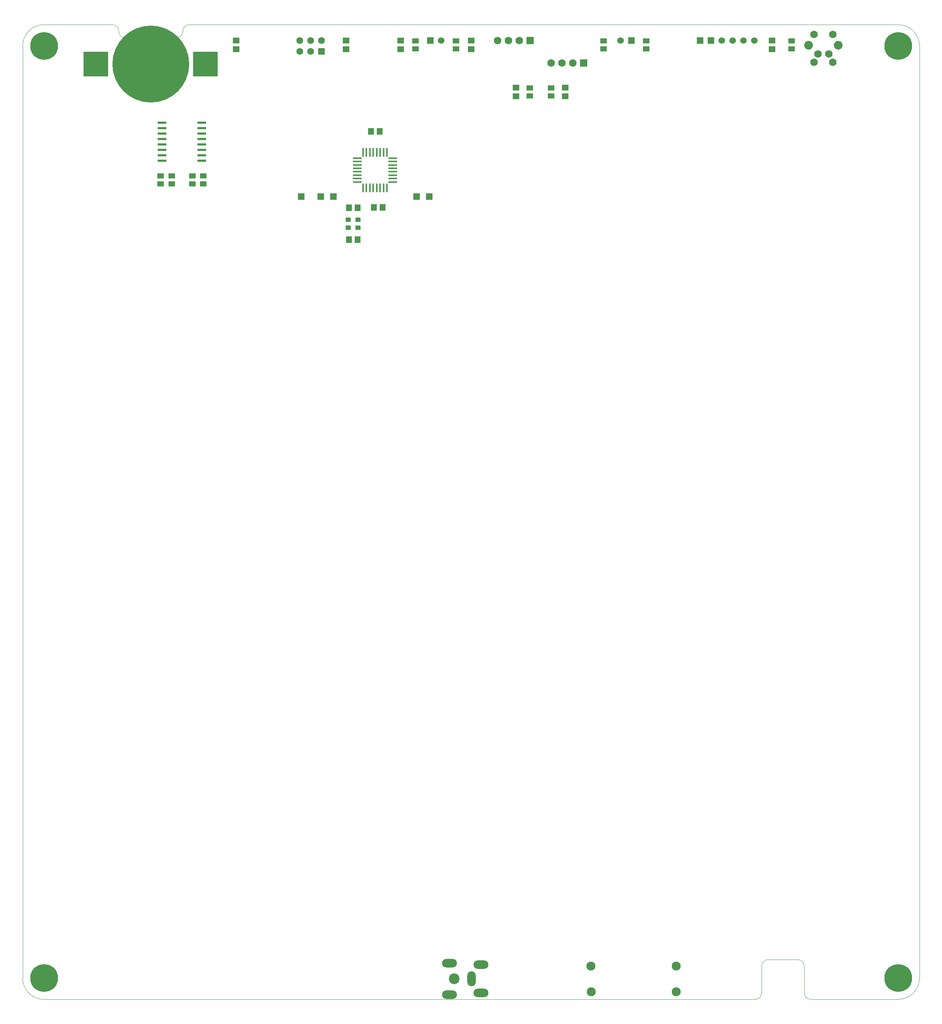
<source format=gbs>
%FSLAX46Y46*%
G04 Gerber Fmt 4.6, Leading zero omitted, Abs format (unit mm)*
G04 Created by KiCad (PCBNEW (2014-09-25 BZR 5147)-product) date Friday 10 October 2014 04:41:16 PM IST*
%MOMM*%
G01*
G04 APERTURE LIST*
%ADD10C,0.150000*%
%ADD11C,0.100000*%
%ADD12C,6.500000*%
%ADD13R,1.524000X1.524000*%
%ADD14O,2.000000X3.500000*%
%ADD15O,3.500000X2.000000*%
%ADD16C,2.500000*%
%ADD17C,2.100000*%
%ADD18R,5.715000X5.715000*%
%ADD19C,18.000000*%
%ADD20R,1.998980X0.599440*%
%ADD21R,1.498600X1.300480*%
%ADD22R,1.300480X1.049020*%
%ADD23R,0.449580X1.998980*%
%ADD24R,1.998980X0.449580*%
%ADD25R,1.600000X1.600000*%
%ADD26C,1.600000*%
%ADD27C,1.524000*%
%ADD28C,1.778000*%
%ADD29C,2.032000*%
%ADD30R,1.550000X1.350000*%
%ADD31R,1.350000X1.550000*%
%ADD32R,1.778000X1.778000*%
G04 APERTURE END LIST*
D10*
D11*
X264000000Y-46000000D02*
X264000000Y-264000000D01*
X93000000Y-41000000D02*
X259000000Y-41000000D01*
X75000000Y-41000000D02*
X59000000Y-41000000D01*
X76500000Y-42500000D02*
X76500000Y-42600000D01*
X76500000Y-42500000D02*
G75*
G03X75000000Y-41000000I-1500000J0D01*
G74*
G01*
X91500000Y-42500000D02*
X91500000Y-42600000D01*
X93000000Y-41000000D02*
G75*
G03X91500000Y-42500000I0J-1500000D01*
G74*
G01*
X90000000Y-44100000D02*
G75*
G03X91500000Y-42600000I0J1500000D01*
G74*
G01*
X76500000Y-42600000D02*
G75*
G03X78000000Y-44100000I1500000J0D01*
G74*
G01*
X84000000Y-44100000D02*
X90000000Y-44100000D01*
X84000000Y-44100000D02*
X78000000Y-44100000D01*
X54000000Y-264000000D02*
X54000000Y-46000000D01*
X225500000Y-269000000D02*
X59000000Y-269000000D01*
X259000000Y-269000000D02*
X238500000Y-269000000D01*
X259000000Y-269000000D02*
G75*
G03X264000000Y-264000000I0J5000000D01*
G74*
G01*
X264000000Y-46000000D02*
G75*
G03X259000000Y-41000000I-5000000J0D01*
G74*
G01*
X59000000Y-41000000D02*
G75*
G03X54000000Y-46000000I0J-5000000D01*
G74*
G01*
X54000000Y-264000000D02*
G75*
G03X59000000Y-269000000I5000000J0D01*
G74*
G01*
X237000000Y-267500000D02*
X237000000Y-261200000D01*
X227000000Y-261200000D02*
X227000000Y-267500000D01*
X225500000Y-269000000D02*
G75*
G03X227000000Y-267500000I0J1500000D01*
G74*
G01*
X237000000Y-267500000D02*
G75*
G03X238500000Y-269000000I1500000J0D01*
G74*
G01*
X237000000Y-261200000D02*
G75*
G03X235500000Y-259700000I-1500000J0D01*
G74*
G01*
X228500000Y-259700000D02*
G75*
G03X227000000Y-261200000I0J-1500000D01*
G74*
G01*
X235500000Y-259700000D02*
X228500000Y-259700000D01*
D12*
X259000000Y-264000000D03*
X59000000Y-264000000D03*
X259000000Y-46000000D03*
X59000000Y-46000000D03*
D13*
X119200000Y-81200000D03*
X123800000Y-81200000D03*
X126800000Y-81200000D03*
X146200000Y-81200000D03*
X149200000Y-81200000D03*
D14*
X159100000Y-264200000D03*
D15*
X161300000Y-260900000D03*
X161300000Y-267500000D03*
X153900000Y-260500000D03*
X153900000Y-267900000D03*
D16*
X155000000Y-264200000D03*
D17*
X207000000Y-261200000D03*
X207000000Y-267200000D03*
X187000000Y-261200000D03*
X187100000Y-267200000D03*
D18*
X96827000Y-50200000D03*
X71173000Y-50200000D03*
D19*
X84000000Y-50200000D03*
D20*
X86649260Y-72845000D03*
X86649260Y-71575000D03*
X86649260Y-70305000D03*
X86649260Y-69035000D03*
X86649260Y-67765000D03*
X86649260Y-66495000D03*
X86649260Y-65225000D03*
X86649260Y-63955000D03*
X95950740Y-63955000D03*
X95950740Y-65225000D03*
X95950740Y-66495000D03*
X95950740Y-67765000D03*
X95950740Y-69035000D03*
X95950740Y-70305000D03*
X95950740Y-71575000D03*
X95950740Y-72845000D03*
D21*
X86300000Y-78252500D03*
X86300000Y-76347500D03*
X88900000Y-78252500D03*
X88900000Y-76347500D03*
X93700000Y-78252500D03*
X93700000Y-76347500D03*
D22*
X132543000Y-88502500D03*
X130257000Y-86597500D03*
X132543000Y-86597500D03*
X130257000Y-88502500D03*
D23*
X133700920Y-79150360D03*
X134501020Y-79150360D03*
X135301120Y-79150360D03*
X136101220Y-79150360D03*
X136898780Y-79150360D03*
X137698880Y-79150360D03*
X138498980Y-79150360D03*
X139299080Y-79150360D03*
X139299080Y-70849640D03*
X133700920Y-70849640D03*
X134501020Y-70849640D03*
X135301120Y-70849640D03*
X136101220Y-70849640D03*
X136898780Y-70849640D03*
X137698880Y-70849640D03*
X138498980Y-70849640D03*
D24*
X140650360Y-77799080D03*
X140650360Y-76998980D03*
X140650360Y-76198880D03*
X140650360Y-75398780D03*
X140650360Y-74601220D03*
X140650360Y-73801120D03*
X140650360Y-73001020D03*
X140650360Y-72200920D03*
X132349640Y-77799080D03*
X132349640Y-76998980D03*
X132349640Y-76198880D03*
X132349640Y-75398780D03*
X132349640Y-74601220D03*
X132349640Y-73801120D03*
X132349640Y-73001020D03*
X132349640Y-72200920D03*
D25*
X123940000Y-47270000D03*
D26*
X123940000Y-44730000D03*
X121400000Y-47270000D03*
X121400000Y-44730000D03*
X118860000Y-47270000D03*
X118860000Y-44730000D03*
D21*
X146000000Y-44797500D03*
X146000000Y-46702500D03*
D13*
X149480000Y-44750000D03*
D27*
X152020000Y-44750000D03*
D21*
X155500000Y-46702500D03*
X155500000Y-44797500D03*
X190000000Y-44797500D03*
X190000000Y-46702500D03*
D13*
X196520000Y-44750000D03*
D27*
X193980000Y-44750000D03*
D21*
X200000000Y-44797500D03*
X200000000Y-46702500D03*
X234000000Y-46702500D03*
X234000000Y-44797500D03*
D28*
X239277500Y-43300000D03*
X243722500Y-43300000D03*
D29*
X238007500Y-45840000D03*
X244992500Y-45840000D03*
D28*
X243722500Y-49777000D03*
X239277500Y-49777000D03*
X242770000Y-47872000D03*
X240230000Y-47872000D03*
D21*
X96300000Y-78252500D03*
X96300000Y-76347500D03*
D30*
X229500000Y-44750000D03*
X229500000Y-46750000D03*
X159000000Y-44750000D03*
X159000000Y-46750000D03*
X142500000Y-44750000D03*
X142500000Y-46750000D03*
X129750000Y-46750000D03*
X129750000Y-44750000D03*
X104000000Y-46750000D03*
X104000000Y-44750000D03*
D31*
X135600000Y-66000000D03*
X137600000Y-66000000D03*
X136250000Y-83750000D03*
X138250000Y-83750000D03*
X132400000Y-83800000D03*
X130400000Y-83800000D03*
X132400000Y-91250000D03*
X130400000Y-91250000D03*
D13*
X212650000Y-44750000D03*
X215190000Y-44750000D03*
D27*
X217730000Y-44750000D03*
X220270000Y-44750000D03*
X222810000Y-44750000D03*
X225350000Y-44750000D03*
D30*
X181000000Y-55750000D03*
X181000000Y-57750000D03*
X169500000Y-55750000D03*
X169500000Y-57750000D03*
D21*
X177750000Y-57702500D03*
X177750000Y-55797500D03*
X172750000Y-57702500D03*
X172750000Y-55797500D03*
D28*
X165190000Y-44750000D03*
X167730000Y-44750000D03*
X170270000Y-44750000D03*
D32*
X172810000Y-44750000D03*
D28*
X177690000Y-50000000D03*
X180230000Y-50000000D03*
X182770000Y-50000000D03*
D32*
X185310000Y-50000000D03*
M02*

</source>
